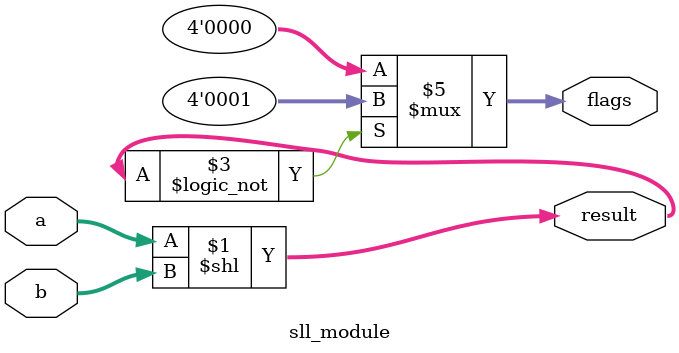
<source format=sv>
module sll_module #(parameter N=4)
(
  input logic [N-1:0] a,
  input logic [N-1:0] b,
  output logic [N-1:0] result,
  output logic [3:0] flags
);

  assign result = a << b;
  
  always @(result)
    begin
	  if(result == 4'b0000)
	    flags=4'b0001;
	  else
	    flags=4'b0000;
	end

endmodule 
</source>
